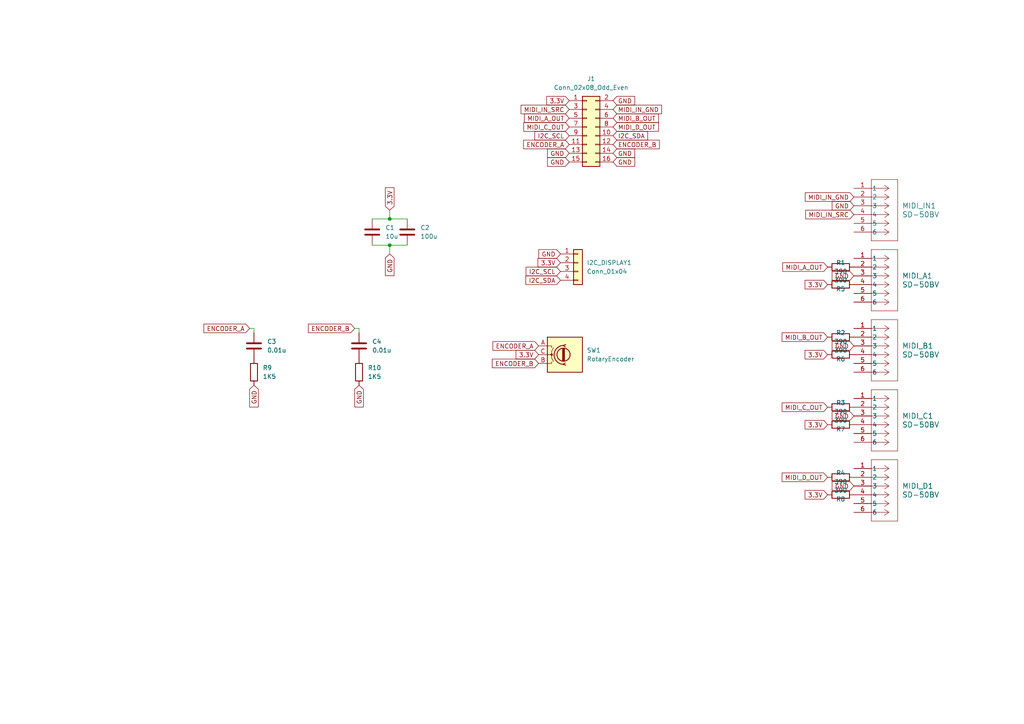
<source format=kicad_sch>
(kicad_sch (version 20250114) (generator "eeschema") (generator_version "9.0")
  (paper "A4")
  (lib_symbols
    (symbol "2025-04-25_22-15-08:SD-50BV" (pin_names (offset 0.254))
      (property "Reference" "J" (at 8.89 6.35 0))
      (property "Value" "SD-50BV" (at 0 0 0))
      (symbol "SD-50BV_1_1"
        (polyline (pts (xy 5.08 2.54) (xy 5.08 -15.24)) (stroke (width 0.127)))
        (polyline (pts (xy 5.08 -15.24) (xy 12.7 -15.24)) (stroke (width 0.127)))
        (polyline (pts (xy 10.16 0) (xy 5.08 0)) (stroke (width 0.127)))
        (polyline (pts (xy 10.16 0) (xy 8.89 0.8467)) (stroke (width 0.127)))
        (polyline (pts (xy 10.16 0) (xy 8.89 -0.8467)) (stroke (width 0.127)))
        (polyline (pts (xy 10.16 -2.54) (xy 5.08 -2.54)) (stroke (width 0.127)))
        (polyline (pts (xy 10.16 -2.54) (xy 8.89 -1.6933)) (stroke (width 0.127)))
        (polyline (pts (xy 10.16 -2.54) (xy 8.89 -3.3867)) (stroke (width 0.127)))
        (polyline (pts (xy 10.16 -5.08) (xy 5.08 -5.08)) (stroke (width 0.127)))
        (polyline (pts (xy 10.16 -5.08) (xy 8.89 -4.2333)) (stroke (width 0.127)))
        (polyline (pts (xy 10.16 -5.08) (xy 8.89 -5.9267)) (stroke (width 0.127)))
        (polyline (pts (xy 10.16 -7.62) (xy 5.08 -7.62)) (stroke (width 0.127)))
        (polyline (pts (xy 10.16 -7.62) (xy 8.89 -6.7733)) (stroke (width 0.127)))
        (polyline (pts (xy 10.16 -7.62) (xy 8.89 -8.4667)) (stroke (width 0.127)))
        (polyline (pts (xy 10.16 -10.16) (xy 5.08 -10.16)) (stroke (width 0.127)))
        (polyline (pts (xy 10.16 -10.16) (xy 8.89 -9.3133)) (stroke (width 0.127)))
        (polyline (pts (xy 10.16 -10.16) (xy 8.89 -11.0067)) (stroke (width 0.127)))
        (polyline (pts (xy 10.16 -12.7) (xy 5.08 -12.7)) (stroke (width 0.127)))
        (polyline (pts (xy 10.16 -12.7) (xy 8.89 -11.8533)) (stroke (width 0.127)))
        (polyline (pts (xy 10.16 -12.7) (xy 8.89 -13.5467)) (stroke (width 0.127)))
        (polyline (pts (xy 12.7 2.54) (xy 5.08 2.54)) (stroke (width 0.127)))
        (polyline (pts (xy 12.7 -15.24) (xy 12.7 2.54)) (stroke (width 0.127)))
        (pin unspecified line (at 0 0 0) (length 5.08) (name "1") (number "1"))
        (pin unspecified line (at 0 -2.54 0) (length 5.08) (name "2") (number "2"))
        (pin unspecified line (at 0 -5.08 0) (length 5.08) (name "3") (number "3"))
        (pin unspecified line (at 0 -7.62 0) (length 5.08) (name "4") (number "4"))
        (pin unspecified line (at 0 -10.16 0) (length 5.08) (name "5") (number "5"))
        (pin unspecified line (at 0 -12.7 0) (length 5.08) (name "6") (number "6"))
      )
      (symbol "SD-50BV_1_2"
        (polyline (pts (xy 5.08 2.54) (xy 5.08 -15.24)) (stroke (width 0.127)))
        (polyline (pts (xy 5.08 -15.24) (xy 12.7 -15.24)) (stroke (width 0.127)))
        (polyline (pts (xy 7.62 0) (xy 5.08 0)) (stroke (width 0.127)))
        (polyline (pts (xy 7.62 0) (xy 8.89 0.8467)) (stroke (width 0.127)))
        (polyline (pts (xy 7.62 0) (xy 8.89 -0.8467)) (stroke (width 0.127)))
        (polyline (pts (xy 7.62 -2.54) (xy 5.08 -2.54)) (stroke (width 0.127)))
        (polyline (pts (xy 7.62 -2.54) (xy 8.89 -1.6933)) (stroke (width 0.127)))
        (polyline (pts (xy 7.62 -2.54) (xy 8.89 -3.3867)) (stroke (width 0.127)))
        (polyline (pts (xy 7.62 -5.08) (xy 5.08 -5.08)) (stroke (width 0.127)))
        (polyline (pts (xy 7.62 -5.08) (xy 8.89 -4.2333)) (stroke (width 0.127)))
        (polyline (pts (xy 7.62 -5.08) (xy 8.89 -5.9267)) (stroke (width 0.127)))
        (polyline (pts (xy 7.62 -7.62) (xy 5.08 -7.62)) (stroke (width 0.127)))
        (polyline (pts (xy 7.62 -7.62) (xy 8.89 -6.7733)) (stroke (width 0.127)))
        (polyline (pts (xy 7.62 -7.62) (xy 8.89 -8.4667)) (stroke (width 0.127)))
        (polyline (pts (xy 7.62 -10.16) (xy 5.08 -10.16)) (stroke (width 0.127)))
        (polyline (pts (xy 7.62 -10.16) (xy 8.89 -9.3133)) (stroke (width 0.127)))
        (polyline (pts (xy 7.62 -10.16) (xy 8.89 -11.0067)) (stroke (width 0.127)))
        (polyline (pts (xy 7.62 -12.7) (xy 5.08 -12.7)) (stroke (width 0.127)))
        (polyline (pts (xy 7.62 -12.7) (xy 8.89 -11.8533)) (stroke (width 0.127)))
        (polyline (pts (xy 7.62 -12.7) (xy 8.89 -13.5467)) (stroke (width 0.127)))
        (polyline (pts (xy 12.7 2.54) (xy 5.08 2.54)) (stroke (width 0.127)))
        (polyline (pts (xy 12.7 -15.24) (xy 12.7 2.54)) (stroke (width 0.127)))
        (pin unspecified line (at 0 0 0) (length 5.08) (name "1") (number "1"))
        (pin unspecified line (at 0 -2.54 0) (length 5.08) (name "2") (number "2"))
        (pin unspecified line (at 0 -5.08 0) (length 5.08) (name "3") (number "3"))
        (pin unspecified line (at 0 -7.62 0) (length 5.08) (name "4") (number "4"))
        (pin unspecified line (at 0 -10.16 0) (length 5.08) (name "5") (number "5"))
        (pin unspecified line (at 0 -12.7 0) (length 5.08) (name "6") (number "6"))
      )
    )
    (symbol "Connector_Generic:Conn_01x04" (pin_names (offset 1.016) (hide yes))
      (property "Reference" "J" (at 0 5.08 0))
      (property "Value" "Conn_01x04" (at 0 -7.62 0))
      (symbol "Conn_01x04_1_1"
        (rectangle (start -1.27 3.81) (end 1.27 -6.35) (stroke (width 0.254)) (fill (type background)))
        (rectangle (start -1.27 2.667) (end 0 2.413) (stroke (width 0.1524)))
        (rectangle (start -1.27 0.127) (end 0 -0.127) (stroke (width 0.1524)))
        (rectangle (start -1.27 -2.413) (end 0 -2.667) (stroke (width 0.1524)))
        (rectangle (start -1.27 -4.953) (end 0 -5.207) (stroke (width 0.1524)))
        (pin passive line (at -5.08 2.54 0) (length 3.81) (name "Pin_1") (number "1"))
        (pin passive line (at -5.08 0 0) (length 3.81) (name "Pin_2") (number "2"))
        (pin passive line (at -5.08 -2.54 0) (length 3.81) (name "Pin_3") (number "3"))
        (pin passive line (at -5.08 -5.08 0) (length 3.81) (name "Pin_4") (number "4"))
      )
    )
    (symbol "Connector_Generic:Conn_02x08_Odd_Even" (pin_names (offset 1.016) (hide yes))
      (property "Reference" "J" (at 1.27 10.16 0))
      (property "Value" "Conn_02x08_Odd_Even" (at 1.27 -12.7 0))
      (symbol "Conn_02x08_Odd_Even_1_1"
        (rectangle (start -1.27 8.89) (end 3.81 -11.43) (stroke (width 0.254)) (fill (type background)))
        (rectangle (start -1.27 7.747) (end 0 7.493) (stroke (width 0.1524)))
        (rectangle (start -1.27 5.207) (end 0 4.953) (stroke (width 0.1524)))
        (rectangle (start -1.27 2.667) (end 0 2.413) (stroke (width 0.1524)))
        (rectangle (start -1.27 0.127) (end 0 -0.127) (stroke (width 0.1524)))
        (rectangle (start -1.27 -2.413) (end 0 -2.667) (stroke (width 0.1524)))
        (rectangle (start -1.27 -4.953) (end 0 -5.207) (stroke (width 0.1524)))
        (rectangle (start -1.27 -7.493) (end 0 -7.747) (stroke (width 0.1524)))
        (rectangle (start -1.27 -10.033) (end 0 -10.287) (stroke (width 0.1524)))
        (rectangle (start 3.81 7.747) (end 2.54 7.493) (stroke (width 0.1524)))
        (rectangle (start 3.81 5.207) (end 2.54 4.953) (stroke (width 0.1524)))
        (rectangle (start 3.81 2.667) (end 2.54 2.413) (stroke (width 0.1524)))
        (rectangle (start 3.81 0.127) (end 2.54 -0.127) (stroke (width 0.1524)))
        (rectangle (start 3.81 -2.413) (end 2.54 -2.667) (stroke (width 0.1524)))
        (rectangle (start 3.81 -4.953) (end 2.54 -5.207) (stroke (width 0.1524)))
        (rectangle (start 3.81 -7.493) (end 2.54 -7.747) (stroke (width 0.1524)))
        (rectangle (start 3.81 -10.033) (end 2.54 -10.287) (stroke (width 0.1524)))
        (pin passive line (at -5.08 7.62 0) (length 3.81) (name "Pin_1") (number "1"))
        (pin passive line (at -5.08 5.08 0) (length 3.81) (name "Pin_3") (number "3"))
        (pin passive line (at -5.08 2.54 0) (length 3.81) (name "Pin_5") (number "5"))
        (pin passive line (at -5.08 0 0) (length 3.81) (name "Pin_7") (number "7"))
        (pin passive line (at -5.08 -2.54 0) (length 3.81) (name "Pin_9") (number "9"))
        (pin passive line (at -5.08 -5.08 0) (length 3.81) (name "Pin_11") (number "11"))
        (pin passive line (at -5.08 -7.62 0) (length 3.81) (name "Pin_13") (number "13"))
        (pin passive line (at -5.08 -10.16 0) (length 3.81) (name "Pin_15") (number "15"))
        (pin passive line (at 7.62 7.62 180) (length 3.81) (name "Pin_2") (number "2"))
        (pin passive line (at 7.62 5.08 180) (length 3.81) (name "Pin_4") (number "4"))
        (pin passive line (at 7.62 2.54 180) (length 3.81) (name "Pin_6") (number "6"))
        (pin passive line (at 7.62 0 180) (length 3.81) (name "Pin_8") (number "8"))
        (pin passive line (at 7.62 -2.54 180) (length 3.81) (name "Pin_10") (number "10"))
        (pin passive line (at 7.62 -5.08 180) (length 3.81) (name "Pin_12") (number "12"))
        (pin passive line (at 7.62 -7.62 180) (length 3.81) (name "Pin_14") (number "14"))
        (pin passive line (at 7.62 -10.16 180) (length 3.81) (name "Pin_16") (number "16"))
      )
    )
    (symbol "Device:C" (pin_numbers (hide yes)) (pin_names (offset 0.254))
      (property "Reference" "C" (at 0.635 2.54 0))
      (property "Value" "C" (at 0.635 -2.54 0))
      (symbol "C_0_1"
        (polyline (pts (xy -2.032 0.762) (xy 2.032 0.762)) (stroke (width 0.508)))
        (polyline (pts (xy -2.032 -0.762) (xy 2.032 -0.762)) (stroke (width 0.508)))
      )
      (symbol "C_1_1"
        (pin passive line (at 0 3.81 270) (length 2.794) (name "~") (number "1"))
        (pin passive line (at 0 -3.81 90) (length 2.794) (name "~") (number "2"))
      )
    )
    (symbol "Device:R" (pin_numbers (hide yes)) (pin_names (offset 0))
      (property "Reference" "R" (at 2.032 0 90))
      (property "Value" "R" (at 0 0 90))
      (symbol "R_0_1"
        (rectangle (start -1.016 -2.54) (end 1.016 2.54) (stroke (width 0.254)))
      )
      (symbol "R_1_1"
        (pin passive line (at 0 3.81 270) (length 1.27) (name "~") (number "1"))
        (pin passive line (at 0 -3.81 90) (length 1.27) (name "~") (number "2"))
      )
    )
    (symbol "Device:RotaryEncoder" (pin_names (offset 0.254) (hide yes))
      (property "Reference" "SW" (at 0 6.604 0))
      (property "Value" "RotaryEncoder" (at 0 -6.604 0))
      (symbol "RotaryEncoder_0_1"
        (rectangle (start -5.08 5.08) (end 5.08 -5.08) (stroke (width 0.254)) (fill (type background)))
        (polyline (pts (xy -5.08 2.54) (xy -3.81 2.54) (xy -3.81 2.032)))
        (polyline (pts (xy -5.08 0) (xy -3.81 0) (xy -3.81 -1.016) (xy -3.302 -2.032)))
        (polyline (pts (xy -5.08 -2.54) (xy -3.81 -2.54) (xy -3.81 -2.032)))
        (polyline (pts (xy -4.318 0) (xy -3.81 0) (xy -3.81 1.016) (xy -3.302 2.032)))
        (circle (center -3.81 0) (radius 0.254) (fill (type outline)))
        (polyline (pts (xy -0.635 -1.778) (xy -0.635 1.778)) (stroke (width 0.254)))
        (circle (center -0.381 0) (radius 1.905) (stroke (width 0.254)))
        (polyline (pts (xy -0.381 -1.778) (xy -0.381 1.778)) (stroke (width 0.254)))
        (arc (start -0.381 -2.794) (mid -3.0988 -0.0635) (end -0.381 2.667) (stroke (width 0.254)))
        (polyline (pts (xy -0.127 1.778) (xy -0.127 -1.778)) (stroke (width 0.254)))
        (polyline (pts (xy 0.254 2.921) (xy -0.508 2.667) (xy 0.127 2.286)) (stroke (width 0.254)))
        (polyline (pts (xy 0.254 -3.048) (xy -0.508 -2.794) (xy 0.127 -2.413)) (stroke (width 0.254)))
      )
      (symbol "RotaryEncoder_1_1"
        (pin passive line (at -7.62 2.54 0) (length 2.54) (name "A") (number "A"))
        (pin passive line (at -7.62 0 0) (length 2.54) (name "C") (number "C"))
        (pin passive line (at -7.62 -2.54 0) (length 2.54) (name "B") (number "B"))
      )
    )
  )
  (junction (at 113.03 71.12))
  (junction (at 113.03 63.5))
  (wire (pts (xy 104.14 95.25) (xy 104.14 96.52)))
  (wire (pts (xy 102.87 95.25) (xy 104.14 95.25)))
  (wire (pts (xy 113.03 60.96) (xy 113.03 63.5)))
  (wire (pts (xy 113.03 63.5) (xy 118.11 63.5)))
  (wire (pts (xy 113.03 71.12) (xy 118.11 71.12)))
  (wire (pts (xy 72.39 95.25) (xy 73.66 95.25)))
  (wire (pts (xy 107.95 63.5) (xy 113.03 63.5)))
  (wire (pts (xy 113.03 71.12) (xy 113.03 73.66)))
  (wire (pts (xy 73.66 95.25) (xy 73.66 96.52)))
  (wire (pts (xy 107.95 71.12) (xy 113.03 71.12)))
  (global_label "MIDI_IN_SRC" (shape input) (at 247.65 62.23 180) (property "Intersheetrefs" "${INTERSHEET_REFS}" (effects (hide yes))))
  (global_label "GND" (shape input) (at 165.1 46.99 180) (property "Intersheetrefs" "${INTERSHEET_REFS}" (effects (hide yes))))
  (global_label "GND" (shape input) (at 247.65 59.69 180) (property "Intersheetrefs" "${INTERSHEET_REFS}" (effects (hide yes))))
  (global_label "GND" (shape input) (at 247.65 80.01 180) (property "Intersheetrefs" "${INTERSHEET_REFS}" (effects (hide yes))))
  (global_label "3.3V" (shape input) (at 240.03 102.87 180) (property "Intersheetrefs" "${INTERSHEET_REFS}" (effects (hide yes))))
  (global_label "MIDI_B_OUT" (shape input) (at 177.8 34.29 0) (property "Intersheetrefs" "${INTERSHEET_REFS}" (effects (hide yes))))
  (global_label "MIDI_IN_SRC" (shape input) (at 165.1 31.75 180) (property "Intersheetrefs" "${INTERSHEET_REFS}" (effects (hide yes))))
  (global_label "3.3V" (shape input) (at 240.03 123.19 180) (property "Intersheetrefs" "${INTERSHEET_REFS}" (effects (hide yes))))
  (global_label "GND" (shape input) (at 247.65 100.33 180) (property "Intersheetrefs" "${INTERSHEET_REFS}" (effects (hide yes))))
  (global_label "ENCODER_A" (shape input) (at 156.21 100.33 180) (property "Intersheetrefs" "${INTERSHEET_REFS}" (effects (hide yes))))
  (global_label "I2C_SCL" (shape input) (at 162.56 78.74 180) (property "Intersheetrefs" "${INTERSHEET_REFS}" (effects (hide yes))))
  (global_label "3.3V" (shape input) (at 162.56 76.2 180) (property "Intersheetrefs" "${INTERSHEET_REFS}" (effects (hide yes))))
  (global_label "GND" (shape input) (at 113.03 73.66 270) (property "Intersheetrefs" "${INTERSHEET_REFS}" (effects (hide yes))))
  (global_label "MIDI_D_OUT" (shape input) (at 177.8 36.83 0) (property "Intersheetrefs" "${INTERSHEET_REFS}" (effects (hide yes))))
  (global_label "MIDI_A_OUT" (shape input) (at 240.03 77.47 180) (property "Intersheetrefs" "${INTERSHEET_REFS}" (effects (hide yes))))
  (global_label "I2C_SCL" (shape input) (at 165.1 39.37 180) (property "Intersheetrefs" "${INTERSHEET_REFS}" (effects (hide yes))))
  (global_label "ENCODER_B" (shape input) (at 156.21 105.41 180) (property "Intersheetrefs" "${INTERSHEET_REFS}" (effects (hide yes))))
  (global_label "GND" (shape input) (at 165.1 44.45 180) (property "Intersheetrefs" "${INTERSHEET_REFS}" (effects (hide yes))))
  (global_label "ENCODER_B" (shape input) (at 177.8 41.91 0) (property "Intersheetrefs" "${INTERSHEET_REFS}" (effects (hide yes))))
  (global_label "GND" (shape input) (at 177.8 29.21 0) (property "Intersheetrefs" "${INTERSHEET_REFS}" (effects (hide yes))))
  (global_label "ENCODER_A" (shape input) (at 72.39 95.25 180) (property "Intersheetrefs" "${INTERSHEET_REFS}" (effects (hide yes))))
  (global_label "MIDI_B_OUT" (shape input) (at 240.03 97.79 180) (property "Intersheetrefs" "${INTERSHEET_REFS}" (effects (hide yes))))
  (global_label "I2C_SDA" (shape input) (at 177.8 39.37 0) (property "Intersheetrefs" "${INTERSHEET_REFS}" (effects (hide yes))))
  (global_label "3.3V" (shape input) (at 165.1 29.21 180) (property "Intersheetrefs" "${INTERSHEET_REFS}" (effects (hide yes))))
  (global_label "GND" (shape input) (at 247.65 140.97 180) (property "Intersheetrefs" "${INTERSHEET_REFS}" (effects (hide yes))))
  (global_label "3.3V" (shape input) (at 240.03 143.51 180) (property "Intersheetrefs" "${INTERSHEET_REFS}" (effects (hide yes))))
  (global_label "GND" (shape input) (at 177.8 44.45 0) (property "Intersheetrefs" "${INTERSHEET_REFS}" (effects (hide yes))))
  (global_label "GND" (shape input) (at 73.66 111.76 270) (property "Intersheetrefs" "${INTERSHEET_REFS}" (effects (hide yes))))
  (global_label "MIDI_C_OUT" (shape input) (at 240.03 118.11 180) (property "Intersheetrefs" "${INTERSHEET_REFS}" (effects (hide yes))))
  (global_label "3.3V" (shape input) (at 240.03 82.55 180) (property "Intersheetrefs" "${INTERSHEET_REFS}" (effects (hide yes))))
  (global_label "3.3V" (shape input) (at 113.03 60.96 90) (property "Intersheetrefs" "${INTERSHEET_REFS}" (effects (hide yes))))
  (global_label "GND" (shape input) (at 177.8 46.99 0) (property "Intersheetrefs" "${INTERSHEET_REFS}" (effects (hide yes))))
  (global_label "MIDI_C_OUT" (shape input) (at 165.1 36.83 180) (property "Intersheetrefs" "${INTERSHEET_REFS}" (effects (hide yes))))
  (global_label "ENCODER_A" (shape input) (at 165.1 41.91 180) (property "Intersheetrefs" "${INTERSHEET_REFS}" (effects (hide yes))))
  (global_label "MIDI_A_OUT" (shape input) (at 165.1 34.29 180) (property "Intersheetrefs" "${INTERSHEET_REFS}" (effects (hide yes))))
  (global_label "MIDI_D_OUT" (shape input) (at 240.03 138.43 180) (property "Intersheetrefs" "${INTERSHEET_REFS}" (effects (hide yes))))
  (global_label "GND" (shape input) (at 247.65 120.65 180) (property "Intersheetrefs" "${INTERSHEET_REFS}" (effects (hide yes))))
  (global_label "3.3V" (shape input) (at 156.21 102.87 180) (property "Intersheetrefs" "${INTERSHEET_REFS}" (effects (hide yes))))
  (global_label "MIDI_IN_GND" (shape input) (at 177.8 31.75 0) (property "Intersheetrefs" "${INTERSHEET_REFS}" (effects (hide yes))))
  (global_label "GND" (shape input) (at 162.56 73.66 180) (property "Intersheetrefs" "${INTERSHEET_REFS}" (effects (hide yes))))
  (global_label "ENCODER_B" (shape input) (at 102.87 95.25 180) (property "Intersheetrefs" "${INTERSHEET_REFS}" (effects (hide yes))))
  (global_label "GND" (shape input) (at 104.14 111.76 270) (property "Intersheetrefs" "${INTERSHEET_REFS}" (effects (hide yes))))
  (global_label "I2C_SDA" (shape input) (at 162.56 81.28 180) (property "Intersheetrefs" "${INTERSHEET_REFS}" (effects (hide yes))))
  (global_label "MIDI_IN_GND" (shape input) (at 247.65 57.15 180) (property "Intersheetrefs" "${INTERSHEET_REFS}" (effects (hide yes))))
  (symbol (lib_id "Device:R") (at 243.84 82.55 90) (unit 1)
    (property "Reference" "R1" (at 243.84 76.2 90))
    (property "Value" "390" (at 243.84 78.74 90))
    (property "Footprint" "Resistor_THT:R_Axial_DIN0207_L6.3mm_D2.5mm_P10.16mm_Horizontal" (effects (hide yes)))
    (property "Description" "Resistor" (effects (hide yes)))
  )
  (symbol (lib_id "Device:R") (at 73.66 107.95 0) (unit 1)
    (property "Reference" "R9" (at 76.2 106.6799 0) (effects (justify left)))
    (property "Value" "1K5" (at 76.2 109.2199 0) (effects (justify left)))
    (property "Footprint" "Resistor_THT:R_Axial_DIN0207_L6.3mm_D2.5mm_P10.16mm_Horizontal" (effects (hide yes)))
    (property "Description" "Resistor" (effects (hide yes)))
  )
  (symbol (lib_id "Device:C") (at 73.66 100.33 0) (unit 1)
    (property "Reference" "C3" (at 77.47 99.0599 0) (effects (justify left)))
    (property "Value" "0.01u" (at 77.47 101.5999 0) (effects (justify left)))
    (property "Footprint" "Capacitor_THT:CP_Radial_D5.0mm_P2.50mm" (effects (hide yes)))
    (property "Description" "Unpolarized capacitor" (effects (hide yes)))
  )
  (symbol (lib_id "Device:R") (at 243.84 123.19 90) (unit 1)
    (property "Reference" "R3" (at 243.84 116.84 90))
    (property "Value" "390" (at 243.84 119.38 90))
    (property "Footprint" "Resistor_THT:R_Axial_DIN0207_L6.3mm_D2.5mm_P10.16mm_Horizontal" (effects (hide yes)))
    (property "Description" "Resistor" (effects (hide yes)))
  )
  (symbol (lib_id "2025-04-25_22-15-08:SD-50BV") (at 247.65 115.57 0) (unit 1)
    (property "Reference" "MIDI_C1" (at 261.62 120.6499 0) (effects (font (size 1.524 1.524)) (justify left)))
    (property "Value" "SD-50BV" (at 261.62 123.1899 0) (effects (font (size 1.524 1.524)) (justify left)))
    (property "Footprint" "footprints:CONN6_SD-50BV_CUD" (effects (hide yes)))
    (property "Datasheet" "SD-50BV" (effects (hide yes)))
  )
  (symbol (lib_id "Device:R") (at 243.84 97.79 270) (unit 1)
    (property "Reference" "R6" (at 243.84 104.14 90))
    (property "Value" "390" (at 243.84 101.6 90))
    (property "Footprint" "Resistor_THT:R_Axial_DIN0207_L6.3mm_D2.5mm_P10.16mm_Horizontal" (effects (hide yes)))
    (property "Description" "Resistor" (effects (hide yes)))
  )
  (symbol (lib_id "Device:R") (at 243.84 138.43 270) (unit 1)
    (property "Reference" "R8" (at 243.84 144.78 90))
    (property "Value" "390" (at 243.84 142.24 90))
    (property "Footprint" "Resistor_THT:R_Axial_DIN0207_L6.3mm_D2.5mm_P10.16mm_Horizontal" (effects (hide yes)))
    (property "Description" "Resistor" (effects (hide yes)))
  )
  (symbol (lib_id "Device:R") (at 243.84 102.87 90) (unit 1)
    (property "Reference" "R2" (at 243.84 96.52 90))
    (property "Value" "390" (at 243.84 99.06 90))
    (property "Footprint" "Resistor_THT:R_Axial_DIN0207_L6.3mm_D2.5mm_P10.16mm_Horizontal" (effects (hide yes)))
    (property "Description" "Resistor" (effects (hide yes)))
  )
  (symbol (lib_id "2025-04-25_22-15-08:SD-50BV") (at 247.65 54.61 0) (unit 1)
    (property "Reference" "MIDI_IN1" (at 261.62 59.6899 0) (effects (font (size 1.524 1.524)) (justify left)))
    (property "Value" "SD-50BV" (at 261.62 62.2299 0) (effects (font (size 1.524 1.524)) (justify left)))
    (property "Footprint" "footprints:CONN6_SD-50BV_CUD" (effects (hide yes)))
    (property "Datasheet" "SD-50BV" (effects (hide yes)))
  )
  (symbol (lib_id "Device:C") (at 104.14 100.33 0) (unit 1)
    (property "Reference" "C4" (at 107.95 99.0599 0) (effects (justify left)))
    (property "Value" "0.01u" (at 107.95 101.5999 0) (effects (justify left)))
    (property "Footprint" "Capacitor_THT:CP_Radial_D5.0mm_P2.50mm" (effects (hide yes)))
    (property "Description" "Unpolarized capacitor" (effects (hide yes)))
  )
  (symbol (lib_id "Device:R") (at 104.14 107.95 0) (unit 1)
    (property "Reference" "R10" (at 106.68 106.6799 0) (effects (justify left)))
    (property "Value" "1K5" (at 106.68 109.2199 0) (effects (justify left)))
    (property "Footprint" "Resistor_THT:R_Axial_DIN0207_L6.3mm_D2.5mm_P10.16mm_Horizontal" (effects (hide yes)))
    (property "Description" "Resistor" (effects (hide yes)))
  )
  (symbol (lib_id "Device:C") (at 107.95 67.31 0) (unit 1)
    (property "Reference" "C1" (at 111.76 66.0399 0) (effects (justify left)))
    (property "Value" "10u" (at 111.76 68.5799 0) (effects (justify left)))
    (property "Footprint" "Capacitor_THT:CP_Radial_D5.0mm_P2.50mm" (effects (hide yes)))
    (property "Description" "Unpolarized capacitor" (effects (hide yes)))
  )
  (symbol (lib_id "Connector_Generic:Conn_01x04") (at 167.64 76.2 0) (unit 1)
    (property "Reference" "I2C_DISPLAY1" (at 170.18 76.1999 0) (effects (justify left)))
    (property "Value" "Conn_01x04" (at 170.18 78.7399 0) (effects (justify left)))
    (property "Footprint" "Connector_PinHeader_2.54mm:PinHeader_1x04_P2.54mm_Vertical" (effects (hide yes)))
    (property "Description" "Generic connector, single row, 01x04, script generated (kicad-library-utils/schlib/autogen/connector/)" (effects (hide yes)))
  )
  (symbol (lib_id "2025-04-25_22-15-08:SD-50BV") (at 247.65 95.25 0) (unit 1)
    (property "Reference" "MIDI_B1" (at 261.62 100.3299 0) (effects (font (size 1.524 1.524)) (justify left)))
    (property "Value" "SD-50BV" (at 261.62 102.8699 0) (effects (font (size 1.524 1.524)) (justify left)))
    (property "Footprint" "footprints:CONN6_SD-50BV_CUD" (effects (hide yes)))
    (property "Datasheet" "SD-50BV" (effects (hide yes)))
  )
  (symbol (lib_id "2025-04-25_22-15-08:SD-50BV") (at 247.65 135.89 0) (unit 1)
    (property "Reference" "MIDI_D1" (at 261.62 140.9699 0) (effects (font (size 1.524 1.524)) (justify left)))
    (property "Value" "SD-50BV" (at 261.62 143.5099 0) (effects (font (size 1.524 1.524)) (justify left)))
    (property "Footprint" "footprints:CONN6_SD-50BV_CUD" (effects (hide yes)))
    (property "Datasheet" "SD-50BV" (effects (hide yes)))
  )
  (symbol (lib_id "Connector_Generic:Conn_02x08_Odd_Even") (at 170.18 36.83 0) (unit 1)
    (property "Reference" "J1" (at 171.45 22.86 0))
    (property "Value" "Conn_02x08_Odd_Even" (at 171.45 25.4 0))
    (property "Footprint" "Connector_PinHeader_2.54mm:PinHeader_2x08_P2.54mm_Vertical" (effects (hide yes)))
    (property "Description" "Generic connector, double row, 02x08, odd/even pin numbering scheme (row 1 odd numbers, row 2 even numbers), script generated (kicad-library-utils/schlib/autogen/connector/)" (effects (hide yes)))
  )
  (symbol (lib_id "Device:R") (at 243.84 77.47 270) (unit 1)
    (property "Reference" "R5" (at 243.84 83.82 90))
    (property "Value" "390" (at 243.84 81.28 90))
    (property "Footprint" "Resistor_THT:R_Axial_DIN0207_L6.3mm_D2.5mm_P10.16mm_Horizontal" (effects (hide yes)))
    (property "Description" "Resistor" (effects (hide yes)))
  )
  (symbol (lib_id "Device:R") (at 243.84 118.11 270) (unit 1)
    (property "Reference" "R7" (at 243.84 124.46 90))
    (property "Value" "390" (at 243.84 121.92 90))
    (property "Footprint" "Resistor_THT:R_Axial_DIN0207_L6.3mm_D2.5mm_P10.16mm_Horizontal" (effects (hide yes)))
    (property "Description" "Resistor" (effects (hide yes)))
  )
  (symbol (lib_id "Device:R") (at 243.84 143.51 90) (unit 1)
    (property "Reference" "R4" (at 243.84 137.16 90))
    (property "Value" "390" (at 243.84 139.7 90))
    (property "Footprint" "Resistor_THT:R_Axial_DIN0207_L6.3mm_D2.5mm_P10.16mm_Horizontal" (effects (hide yes)))
    (property "Description" "Resistor" (effects (hide yes)))
  )
  (symbol (lib_id "Device:C") (at 118.11 67.31 0) (unit 1)
    (property "Reference" "C2" (at 121.92 66.0399 0) (effects (justify left)))
    (property "Value" "100u" (at 121.92 68.5799 0) (effects (justify left)))
    (property "Footprint" "Capacitor_THT:CP_Radial_D5.0mm_P2.50mm" (effects (hide yes)))
    (property "Description" "Unpolarized capacitor" (effects (hide yes)))
  )
  (symbol (lib_id "Device:RotaryEncoder") (at 163.83 102.87 0) (unit 1)
    (property "Reference" "SW1" (at 170.18 101.5999 0) (effects (justify left)))
    (property "Value" "RotaryEncoder" (at 170.18 104.1399 0) (effects (justify left)))
    (property "Footprint" "rotary-encoder-PEC11R-main:Bourns-PEC11R-4220F-S0024-0-0-0" (effects (hide yes)))
    (property "Description" "Rotary encoder, dual channel, incremental quadrate outputs" (effects (hide yes)))
  )
  (symbol (lib_id "2025-04-25_22-15-08:SD-50BV") (at 247.65 74.93 0) (unit 1)
    (property "Reference" "MIDI_A1" (at 261.62 80.0099 0) (effects (font (size 1.524 1.524)) (justify left)))
    (property "Value" "SD-50BV" (at 261.62 82.5499 0) (effects (font (size 1.524 1.524)) (justify left)))
    (property "Footprint" "footprints:CONN6_SD-50BV_CUD" (effects (hide yes)))
    (property "Datasheet" "SD-50BV" (effects (hide yes)))
  )
)
</source>
